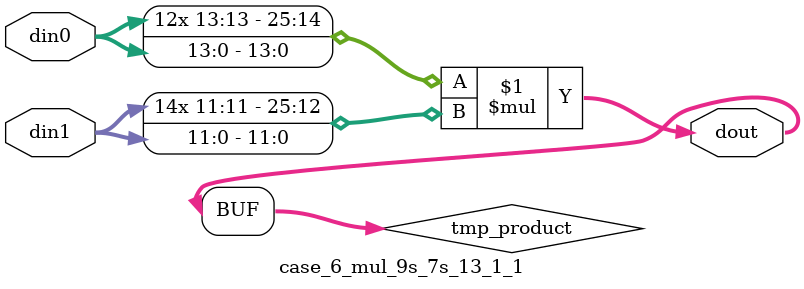
<source format=v>

`timescale 1 ns / 1 ps

 module case_6_mul_9s_7s_13_1_1(din0, din1, dout);
parameter ID = 1;
parameter NUM_STAGE = 0;
parameter din0_WIDTH = 14;
parameter din1_WIDTH = 12;
parameter dout_WIDTH = 26;

input [din0_WIDTH - 1 : 0] din0; 
input [din1_WIDTH - 1 : 0] din1; 
output [dout_WIDTH - 1 : 0] dout;

wire signed [dout_WIDTH - 1 : 0] tmp_product;



























assign tmp_product = $signed(din0) * $signed(din1);








assign dout = tmp_product;





















endmodule

</source>
